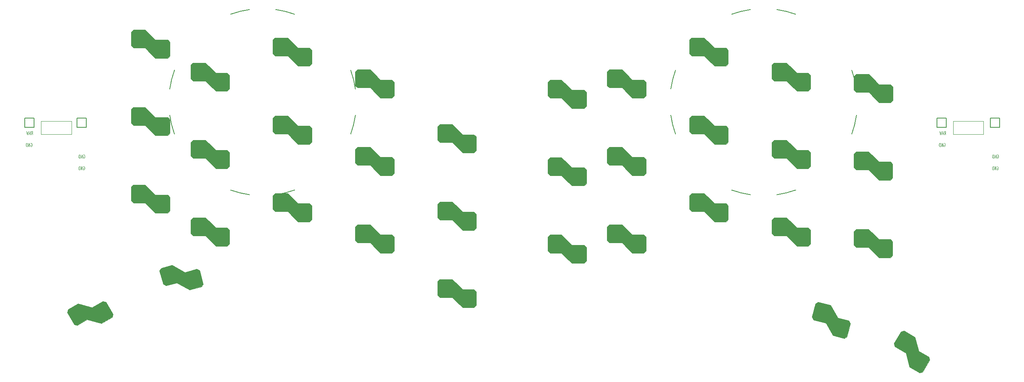
<source format=gbr>
%TF.GenerationSoftware,KiCad,Pcbnew,(6.0.7-1)-1*%
%TF.CreationDate,2022-10-20T13:43:27+02:00*%
%TF.ProjectId,sweepbling-lp__pcb,73776565-7062-46c6-996e-672d6c705f5f,rev?*%
%TF.SameCoordinates,Original*%
%TF.FileFunction,Legend,Bot*%
%TF.FilePolarity,Positive*%
%FSLAX46Y46*%
G04 Gerber Fmt 4.6, Leading zero omitted, Abs format (unit mm)*
G04 Created by KiCad (PCBNEW (6.0.7-1)-1) date 2022-10-20 13:43:27*
%MOMM*%
%LPD*%
G01*
G04 APERTURE LIST*
%ADD10C,0.120000*%
%ADD11C,0.125000*%
%ADD12C,0.150000*%
%ADD13C,0.200000*%
G04 APERTURE END LIST*
D10*
X27178000Y-50419000D02*
X33909000Y-50419000D01*
X33909000Y-50419000D02*
X33909000Y-53340000D01*
X33909000Y-53340000D02*
X27178000Y-53340000D01*
X27178000Y-53340000D02*
X27178000Y-50419000D01*
X226822000Y-50419000D02*
X233426000Y-50419000D01*
X233426000Y-50419000D02*
X233426000Y-53340000D01*
X233426000Y-53340000D02*
X226822000Y-53340000D01*
X226822000Y-53340000D02*
X226822000Y-50419000D01*
D11*
%TO.C,U1*%
X224788952Y-55309000D02*
X224836571Y-55273285D01*
X224908000Y-55273285D01*
X224979428Y-55309000D01*
X225027047Y-55380428D01*
X225050857Y-55451857D01*
X225074666Y-55594714D01*
X225074666Y-55701857D01*
X225050857Y-55844714D01*
X225027047Y-55916142D01*
X224979428Y-55987571D01*
X224908000Y-56023285D01*
X224860380Y-56023285D01*
X224788952Y-55987571D01*
X224765142Y-55951857D01*
X224765142Y-55701857D01*
X224860380Y-55701857D01*
X224550857Y-56023285D02*
X224550857Y-55273285D01*
X224265142Y-56023285D01*
X224265142Y-55273285D01*
X224027047Y-56023285D02*
X224027047Y-55273285D01*
X223908000Y-55273285D01*
X223836571Y-55309000D01*
X223788952Y-55380428D01*
X223765142Y-55451857D01*
X223741333Y-55594714D01*
X223741333Y-55701857D01*
X223765142Y-55844714D01*
X223788952Y-55916142D01*
X223836571Y-55987571D01*
X223908000Y-56023285D01*
X224027047Y-56023285D01*
X236418952Y-60419000D02*
X236466571Y-60383285D01*
X236538000Y-60383285D01*
X236609428Y-60419000D01*
X236657047Y-60490428D01*
X236680857Y-60561857D01*
X236704666Y-60704714D01*
X236704666Y-60811857D01*
X236680857Y-60954714D01*
X236657047Y-61026142D01*
X236609428Y-61097571D01*
X236538000Y-61133285D01*
X236490380Y-61133285D01*
X236418952Y-61097571D01*
X236395142Y-61061857D01*
X236395142Y-60811857D01*
X236490380Y-60811857D01*
X236180857Y-61133285D02*
X236180857Y-60383285D01*
X235895142Y-61133285D01*
X235895142Y-60383285D01*
X235657047Y-61133285D02*
X235657047Y-60383285D01*
X235538000Y-60383285D01*
X235466571Y-60419000D01*
X235418952Y-60490428D01*
X235395142Y-60561857D01*
X235371333Y-60704714D01*
X235371333Y-60811857D01*
X235395142Y-60954714D01*
X235418952Y-61026142D01*
X235466571Y-61097571D01*
X235538000Y-61133285D01*
X235657047Y-61133285D01*
D12*
D11*
X224883238Y-53383285D02*
X225049904Y-53026142D01*
X225168952Y-53383285D02*
X225168952Y-52633285D01*
X224978476Y-52633285D01*
X224930857Y-52669000D01*
X224907047Y-52704714D01*
X224883238Y-52776142D01*
X224883238Y-52883285D01*
X224907047Y-52954714D01*
X224930857Y-52990428D01*
X224978476Y-53026142D01*
X225168952Y-53026142D01*
X224692761Y-53169000D02*
X224454666Y-53169000D01*
X224740380Y-53383285D02*
X224573714Y-52633285D01*
X224407047Y-53383285D01*
X224288000Y-52633285D02*
X224168952Y-53383285D01*
X224073714Y-52847571D01*
X223978476Y-53383285D01*
X223859428Y-52633285D01*
X236438952Y-57839000D02*
X236486571Y-57803285D01*
X236558000Y-57803285D01*
X236629428Y-57839000D01*
X236677047Y-57910428D01*
X236700857Y-57981857D01*
X236724666Y-58124714D01*
X236724666Y-58231857D01*
X236700857Y-58374714D01*
X236677047Y-58446142D01*
X236629428Y-58517571D01*
X236558000Y-58553285D01*
X236510380Y-58553285D01*
X236438952Y-58517571D01*
X236415142Y-58481857D01*
X236415142Y-58231857D01*
X236510380Y-58231857D01*
X236200857Y-58553285D02*
X236200857Y-57803285D01*
X235915142Y-58553285D01*
X235915142Y-57803285D01*
X235677047Y-58553285D02*
X235677047Y-57803285D01*
X235558000Y-57803285D01*
X235486571Y-57839000D01*
X235438952Y-57910428D01*
X235415142Y-57981857D01*
X235391333Y-58124714D01*
X235391333Y-58231857D01*
X235415142Y-58374714D01*
X235438952Y-58446142D01*
X235486571Y-58517571D01*
X235558000Y-58553285D01*
X235677047Y-58553285D01*
%TO.C,U2*%
X36468952Y-57839000D02*
X36516571Y-57803285D01*
X36588000Y-57803285D01*
X36659428Y-57839000D01*
X36707047Y-57910428D01*
X36730857Y-57981857D01*
X36754666Y-58124714D01*
X36754666Y-58231857D01*
X36730857Y-58374714D01*
X36707047Y-58446142D01*
X36659428Y-58517571D01*
X36588000Y-58553285D01*
X36540380Y-58553285D01*
X36468952Y-58517571D01*
X36445142Y-58481857D01*
X36445142Y-58231857D01*
X36540380Y-58231857D01*
X36230857Y-58553285D02*
X36230857Y-57803285D01*
X35945142Y-58553285D01*
X35945142Y-57803285D01*
X35707047Y-58553285D02*
X35707047Y-57803285D01*
X35588000Y-57803285D01*
X35516571Y-57839000D01*
X35468952Y-57910428D01*
X35445142Y-57981857D01*
X35421333Y-58124714D01*
X35421333Y-58231857D01*
X35445142Y-58374714D01*
X35468952Y-58446142D01*
X35516571Y-58517571D01*
X35588000Y-58553285D01*
X35707047Y-58553285D01*
X36448952Y-60419000D02*
X36496571Y-60383285D01*
X36568000Y-60383285D01*
X36639428Y-60419000D01*
X36687047Y-60490428D01*
X36710857Y-60561857D01*
X36734666Y-60704714D01*
X36734666Y-60811857D01*
X36710857Y-60954714D01*
X36687047Y-61026142D01*
X36639428Y-61097571D01*
X36568000Y-61133285D01*
X36520380Y-61133285D01*
X36448952Y-61097571D01*
X36425142Y-61061857D01*
X36425142Y-60811857D01*
X36520380Y-60811857D01*
X36210857Y-61133285D02*
X36210857Y-60383285D01*
X35925142Y-61133285D01*
X35925142Y-60383285D01*
X35687047Y-61133285D02*
X35687047Y-60383285D01*
X35568000Y-60383285D01*
X35496571Y-60419000D01*
X35448952Y-60490428D01*
X35425142Y-60561857D01*
X35401333Y-60704714D01*
X35401333Y-60811857D01*
X35425142Y-60954714D01*
X35448952Y-61026142D01*
X35496571Y-61097571D01*
X35568000Y-61133285D01*
X35687047Y-61133285D01*
X24936952Y-55309000D02*
X24984571Y-55273285D01*
X25056000Y-55273285D01*
X25127428Y-55309000D01*
X25175047Y-55380428D01*
X25198857Y-55451857D01*
X25222666Y-55594714D01*
X25222666Y-55701857D01*
X25198857Y-55844714D01*
X25175047Y-55916142D01*
X25127428Y-55987571D01*
X25056000Y-56023285D01*
X25008380Y-56023285D01*
X24936952Y-55987571D01*
X24913142Y-55951857D01*
X24913142Y-55701857D01*
X25008380Y-55701857D01*
X24698857Y-56023285D02*
X24698857Y-55273285D01*
X24413142Y-56023285D01*
X24413142Y-55273285D01*
X24175047Y-56023285D02*
X24175047Y-55273285D01*
X24056000Y-55273285D01*
X23984571Y-55309000D01*
X23936952Y-55380428D01*
X23913142Y-55451857D01*
X23889333Y-55594714D01*
X23889333Y-55701857D01*
X23913142Y-55844714D01*
X23936952Y-55916142D01*
X23984571Y-55987571D01*
X24056000Y-56023285D01*
X24175047Y-56023285D01*
X25031238Y-53383285D02*
X25197904Y-53026142D01*
X25316952Y-53383285D02*
X25316952Y-52633285D01*
X25126476Y-52633285D01*
X25078857Y-52669000D01*
X25055047Y-52704714D01*
X25031238Y-52776142D01*
X25031238Y-52883285D01*
X25055047Y-52954714D01*
X25078857Y-52990428D01*
X25126476Y-53026142D01*
X25316952Y-53026142D01*
X24840761Y-53169000D02*
X24602666Y-53169000D01*
X24888380Y-53383285D02*
X24721714Y-52633285D01*
X24555047Y-53383285D01*
X24436000Y-52633285D02*
X24316952Y-53383285D01*
X24221714Y-52847571D01*
X24126476Y-53383285D01*
X24007428Y-52633285D01*
D12*
%TO.C,SW13*%
G36*
X174606000Y-68516000D02*
G01*
X177106000Y-68516000D01*
X177606000Y-69016000D01*
X177606000Y-72016000D01*
X177106000Y-72516000D01*
X174606000Y-72516000D01*
X172356000Y-70266000D01*
X169606000Y-70266000D01*
X169106000Y-69766000D01*
X169106000Y-66766000D01*
X169606000Y-66266000D01*
X172356000Y-66266000D01*
X174606000Y-68516000D01*
G37*
D10*
X174606000Y-68516000D02*
X177106000Y-68516000D01*
X177606000Y-69016000D01*
X177606000Y-72016000D01*
X177106000Y-72516000D01*
X174606000Y-72516000D01*
X172356000Y-70266000D01*
X169606000Y-70266000D01*
X169106000Y-69766000D01*
X169106000Y-66766000D01*
X169606000Y-66266000D01*
X172356000Y-66266000D01*
X174606000Y-68516000D01*
%TO.C,SW17*%
G36*
X218479911Y-97847544D02*
G01*
X219303468Y-100921102D01*
X221468532Y-102171102D01*
X221651544Y-102854114D01*
X220151544Y-105452191D01*
X219468532Y-105635203D01*
X217303468Y-104385203D01*
X216479911Y-101311646D01*
X214098341Y-99936646D01*
X213915329Y-99253633D01*
X215415329Y-96655557D01*
X216098341Y-96472544D01*
X218479911Y-97847544D01*
G37*
X218479911Y-97847544D02*
X219303468Y-100921102D01*
X221468532Y-102171102D01*
X221651544Y-102854114D01*
X220151544Y-105452191D01*
X219468532Y-105635203D01*
X217303468Y-104385203D01*
X216479911Y-101311646D01*
X214098341Y-99936646D01*
X213915329Y-99253633D01*
X215415329Y-96655557D01*
X216098341Y-96472544D01*
X218479911Y-97847544D01*
%TO.C,SW12*%
G36*
X156606000Y-75374000D02*
G01*
X159106000Y-75374000D01*
X159606000Y-75874000D01*
X159606000Y-78874000D01*
X159106000Y-79374000D01*
X156606000Y-79374000D01*
X154356000Y-77124000D01*
X151606000Y-77124000D01*
X151106000Y-76624000D01*
X151106000Y-73624000D01*
X151606000Y-73124000D01*
X154356000Y-73124000D01*
X156606000Y-75374000D01*
G37*
X156606000Y-75374000D02*
X159106000Y-75374000D01*
X159606000Y-75874000D01*
X159606000Y-78874000D01*
X159106000Y-79374000D01*
X156606000Y-79374000D01*
X154356000Y-77124000D01*
X151606000Y-77124000D01*
X151106000Y-76624000D01*
X151106000Y-73624000D01*
X151606000Y-73124000D01*
X154356000Y-73124000D01*
X156606000Y-75374000D01*
%TO.C,SW16*%
G36*
X199992326Y-90866504D02*
G01*
X201583317Y-93622179D01*
X203998131Y-94269227D01*
X204351684Y-94881600D01*
X203575227Y-97779377D01*
X202962855Y-98132930D01*
X200548040Y-97485883D01*
X198957050Y-94730207D01*
X196300754Y-94018454D01*
X195947201Y-93406082D01*
X196723658Y-90508305D01*
X197336030Y-90154751D01*
X199992326Y-90866504D01*
G37*
X199992326Y-90866504D02*
X201583317Y-93622179D01*
X203998131Y-94269227D01*
X204351684Y-94881600D01*
X203575227Y-97779377D01*
X202962855Y-98132930D01*
X200548040Y-97485883D01*
X198957050Y-94730207D01*
X196300754Y-94018454D01*
X195947201Y-93406082D01*
X196723658Y-90508305D01*
X197336030Y-90154751D01*
X199992326Y-90866504D01*
%TO.C,SW14*%
G36*
X192606000Y-73850000D02*
G01*
X195106000Y-73850000D01*
X195606000Y-74350000D01*
X195606000Y-77350000D01*
X195106000Y-77850000D01*
X192606000Y-77850000D01*
X190356000Y-75600000D01*
X187606000Y-75600000D01*
X187106000Y-75100000D01*
X187106000Y-72100000D01*
X187606000Y-71600000D01*
X190356000Y-71600000D01*
X192606000Y-73850000D01*
G37*
X192606000Y-73850000D02*
X195106000Y-73850000D01*
X195606000Y-74350000D01*
X195606000Y-77350000D01*
X195106000Y-77850000D01*
X192606000Y-77850000D01*
X190356000Y-75600000D01*
X187606000Y-75600000D01*
X187106000Y-75100000D01*
X187106000Y-72100000D01*
X187606000Y-71600000D01*
X190356000Y-71600000D01*
X192606000Y-73850000D01*
%TO.C,SW15*%
G36*
X210586000Y-76390000D02*
G01*
X213086000Y-76390000D01*
X213586000Y-76890000D01*
X213586000Y-79890000D01*
X213086000Y-80390000D01*
X210586000Y-80390000D01*
X208336000Y-78140000D01*
X205586000Y-78140000D01*
X205086000Y-77640000D01*
X205086000Y-74640000D01*
X205586000Y-74140000D01*
X208336000Y-74140000D01*
X210586000Y-76390000D01*
G37*
X210586000Y-76390000D02*
X213086000Y-76390000D01*
X213586000Y-76890000D01*
X213586000Y-79890000D01*
X213086000Y-80390000D01*
X210586000Y-80390000D01*
X208336000Y-78140000D01*
X205586000Y-78140000D01*
X205086000Y-77640000D01*
X205086000Y-74640000D01*
X205586000Y-74140000D01*
X208336000Y-74140000D01*
X210586000Y-76390000D01*
%TO.C,SW3*%
G36*
X174606000Y-34382000D02*
G01*
X177106000Y-34382000D01*
X177606000Y-34882000D01*
X177606000Y-37882000D01*
X177106000Y-38382000D01*
X174606000Y-38382000D01*
X172356000Y-36132000D01*
X169606000Y-36132000D01*
X169106000Y-35632000D01*
X169106000Y-32632000D01*
X169606000Y-32132000D01*
X172356000Y-32132000D01*
X174606000Y-34382000D01*
G37*
X174606000Y-34382000D02*
X177106000Y-34382000D01*
X177606000Y-34882000D01*
X177606000Y-37882000D01*
X177106000Y-38382000D01*
X174606000Y-38382000D01*
X172356000Y-36132000D01*
X169606000Y-36132000D01*
X169106000Y-35632000D01*
X169106000Y-32632000D01*
X169606000Y-32132000D01*
X172356000Y-32132000D01*
X174606000Y-34382000D01*
%TO.C,SW2*%
G36*
X156606000Y-41382000D02*
G01*
X159106000Y-41382000D01*
X159606000Y-41882000D01*
X159606000Y-44882000D01*
X159106000Y-45382000D01*
X156606000Y-45382000D01*
X154356000Y-43132000D01*
X151606000Y-43132000D01*
X151106000Y-42632000D01*
X151106000Y-39632000D01*
X151606000Y-39132000D01*
X154356000Y-39132000D01*
X156606000Y-41382000D01*
G37*
X156606000Y-41382000D02*
X159106000Y-41382000D01*
X159606000Y-41882000D01*
X159606000Y-44882000D01*
X159106000Y-45382000D01*
X156606000Y-45382000D01*
X154356000Y-43132000D01*
X151606000Y-43132000D01*
X151106000Y-42632000D01*
X151106000Y-39632000D01*
X151606000Y-39132000D01*
X154356000Y-39132000D01*
X156606000Y-41382000D01*
%TO.C,SW7*%
G36*
X156606000Y-58356000D02*
G01*
X159106000Y-58356000D01*
X159606000Y-58856000D01*
X159606000Y-61856000D01*
X159106000Y-62356000D01*
X156606000Y-62356000D01*
X154356000Y-60106000D01*
X151606000Y-60106000D01*
X151106000Y-59606000D01*
X151106000Y-56606000D01*
X151606000Y-56106000D01*
X154356000Y-56106000D01*
X156606000Y-58356000D01*
G37*
X156606000Y-58356000D02*
X159106000Y-58356000D01*
X159606000Y-58856000D01*
X159606000Y-61856000D01*
X159106000Y-62356000D01*
X156606000Y-62356000D01*
X154356000Y-60106000D01*
X151606000Y-60106000D01*
X151106000Y-59606000D01*
X151106000Y-56606000D01*
X151606000Y-56106000D01*
X154356000Y-56106000D01*
X156606000Y-58356000D01*
%TO.C,SW11*%
G36*
X143356000Y-77632000D02*
G01*
X146106000Y-77632000D01*
X146606000Y-78132000D01*
X146606000Y-81132000D01*
X146106000Y-81632000D01*
X143356000Y-81632000D01*
X141106000Y-79382000D01*
X138606000Y-79382000D01*
X138106000Y-78882000D01*
X138106000Y-75882000D01*
X138606000Y-75382000D01*
X141106000Y-75382000D01*
X143356000Y-77632000D01*
G37*
X143356000Y-77632000D02*
X146106000Y-77632000D01*
X146606000Y-78132000D01*
X146606000Y-81132000D01*
X146106000Y-81632000D01*
X143356000Y-81632000D01*
X141106000Y-79382000D01*
X138606000Y-79382000D01*
X138106000Y-78882000D01*
X138106000Y-75882000D01*
X138606000Y-75382000D01*
X141106000Y-75382000D01*
X143356000Y-77632000D01*
%TO.C,SW10*%
G36*
X210586000Y-59372000D02*
G01*
X213086000Y-59372000D01*
X213586000Y-59872000D01*
X213586000Y-62872000D01*
X213086000Y-63372000D01*
X210586000Y-63372000D01*
X208336000Y-61122000D01*
X205586000Y-61122000D01*
X205086000Y-60622000D01*
X205086000Y-57622000D01*
X205586000Y-57122000D01*
X208336000Y-57122000D01*
X210586000Y-59372000D01*
G37*
X210586000Y-59372000D02*
X213086000Y-59372000D01*
X213586000Y-59872000D01*
X213586000Y-62872000D01*
X213086000Y-63372000D01*
X210586000Y-63372000D01*
X208336000Y-61122000D01*
X205586000Y-61122000D01*
X205086000Y-60622000D01*
X205086000Y-57622000D01*
X205586000Y-57122000D01*
X208336000Y-57122000D01*
X210586000Y-59372000D01*
%TO.C,SW9*%
G36*
X192606000Y-56832000D02*
G01*
X195106000Y-56832000D01*
X195606000Y-57332000D01*
X195606000Y-60332000D01*
X195106000Y-60832000D01*
X192606000Y-60832000D01*
X190356000Y-58582000D01*
X187606000Y-58582000D01*
X187106000Y-58082000D01*
X187106000Y-55082000D01*
X187606000Y-54582000D01*
X190356000Y-54582000D01*
X192606000Y-56832000D01*
G37*
X192606000Y-56832000D02*
X195106000Y-56832000D01*
X195606000Y-57332000D01*
X195606000Y-60332000D01*
X195106000Y-60832000D01*
X192606000Y-60832000D01*
X190356000Y-58582000D01*
X187606000Y-58582000D01*
X187106000Y-58082000D01*
X187106000Y-55082000D01*
X187606000Y-54582000D01*
X190356000Y-54582000D01*
X192606000Y-56832000D01*
%TO.C,SW6*%
G36*
X143356000Y-60632000D02*
G01*
X146106000Y-60632000D01*
X146606000Y-61132000D01*
X146606000Y-64132000D01*
X146106000Y-64632000D01*
X143356000Y-64632000D01*
X141106000Y-62382000D01*
X138606000Y-62382000D01*
X138106000Y-61882000D01*
X138106000Y-58882000D01*
X138606000Y-58382000D01*
X141106000Y-58382000D01*
X143356000Y-60632000D01*
G37*
X143356000Y-60632000D02*
X146106000Y-60632000D01*
X146606000Y-61132000D01*
X146606000Y-64132000D01*
X146106000Y-64632000D01*
X143356000Y-64632000D01*
X141106000Y-62382000D01*
X138606000Y-62382000D01*
X138106000Y-61882000D01*
X138106000Y-58882000D01*
X138606000Y-58382000D01*
X141106000Y-58382000D01*
X143356000Y-60632000D01*
%TO.C,SW5*%
G36*
X210606000Y-42382000D02*
G01*
X213106000Y-42382000D01*
X213606000Y-42882000D01*
X213606000Y-45882000D01*
X213106000Y-46382000D01*
X210606000Y-46382000D01*
X208356000Y-44132000D01*
X205606000Y-44132000D01*
X205106000Y-43632000D01*
X205106000Y-40632000D01*
X205606000Y-40132000D01*
X208356000Y-40132000D01*
X210606000Y-42382000D01*
G37*
X210606000Y-42382000D02*
X213106000Y-42382000D01*
X213606000Y-42882000D01*
X213606000Y-45882000D01*
X213106000Y-46382000D01*
X210606000Y-46382000D01*
X208356000Y-44132000D01*
X205606000Y-44132000D01*
X205106000Y-43632000D01*
X205106000Y-40632000D01*
X205606000Y-40132000D01*
X208356000Y-40132000D01*
X210606000Y-42382000D01*
%TO.C,SW4*%
G36*
X192606000Y-39882000D02*
G01*
X195106000Y-39882000D01*
X195606000Y-40382000D01*
X195606000Y-43382000D01*
X195106000Y-43882000D01*
X192606000Y-43882000D01*
X190356000Y-41632000D01*
X187606000Y-41632000D01*
X187106000Y-41132000D01*
X187106000Y-38132000D01*
X187606000Y-37632000D01*
X190356000Y-37632000D01*
X192606000Y-39882000D01*
G37*
X192606000Y-39882000D02*
X195106000Y-39882000D01*
X195606000Y-40382000D01*
X195606000Y-43382000D01*
X195106000Y-43882000D01*
X192606000Y-43882000D01*
X190356000Y-41632000D01*
X187606000Y-41632000D01*
X187106000Y-41132000D01*
X187106000Y-38132000D01*
X187606000Y-37632000D01*
X190356000Y-37632000D01*
X192606000Y-39882000D01*
%TO.C,SW1*%
G36*
X143356000Y-43632000D02*
G01*
X146106000Y-43632000D01*
X146606000Y-44132000D01*
X146606000Y-47132000D01*
X146106000Y-47632000D01*
X143356000Y-47632000D01*
X141106000Y-45382000D01*
X138606000Y-45382000D01*
X138106000Y-44882000D01*
X138106000Y-41882000D01*
X138606000Y-41382000D01*
X141106000Y-41382000D01*
X143356000Y-43632000D01*
G37*
X143356000Y-43632000D02*
X146106000Y-43632000D01*
X146606000Y-44132000D01*
X146606000Y-47132000D01*
X146106000Y-47632000D01*
X143356000Y-47632000D01*
X141106000Y-45382000D01*
X138606000Y-45382000D01*
X138106000Y-44882000D01*
X138106000Y-41882000D01*
X138606000Y-41382000D01*
X141106000Y-41382000D01*
X143356000Y-43632000D01*
%TO.C,SW8*%
G36*
X174606000Y-51498000D02*
G01*
X177106000Y-51498000D01*
X177606000Y-51998000D01*
X177606000Y-54998000D01*
X177106000Y-55498000D01*
X174606000Y-55498000D01*
X172356000Y-53248000D01*
X169606000Y-53248000D01*
X169106000Y-52748000D01*
X169106000Y-49748000D01*
X169606000Y-49248000D01*
X172356000Y-49248000D01*
X174606000Y-51498000D01*
G37*
X174606000Y-51498000D02*
X177106000Y-51498000D01*
X177606000Y-51998000D01*
X177606000Y-54998000D01*
X177106000Y-55498000D01*
X174606000Y-55498000D01*
X172356000Y-53248000D01*
X169606000Y-53248000D01*
X169106000Y-52748000D01*
X169106000Y-49748000D01*
X169606000Y-49248000D01*
X172356000Y-49248000D01*
X174606000Y-51498000D01*
D13*
%TO.C,e*%
X182498500Y-25961999D02*
G75*
G03*
X178347954Y-26995865I2857500J-20320001D01*
G01*
X205676000Y-43424500D02*
G75*
G03*
X204642134Y-39273952I-20320000J-2857500D01*
G01*
X192364049Y-26995867D02*
G75*
G03*
X188213500Y-25962000I-7008049J-19286133D01*
G01*
X204642134Y-53290048D02*
G75*
G03*
X205676000Y-49139500I-19286134J7008048D01*
G01*
X188213500Y-66602000D02*
G75*
G03*
X192364045Y-65568135I-2857506J20320019D01*
G01*
X178347955Y-65568135D02*
G75*
G03*
X182498500Y-66602000I7008045J19286135D01*
G01*
X165035999Y-49139500D02*
G75*
G03*
X166069865Y-53290046I20320001J2857500D01*
G01*
X166069865Y-39273956D02*
G75*
G03*
X165036000Y-43424500I19286255J-7008074D01*
G01*
D12*
%TO.C,Bat+1*%
X234966000Y-49800000D02*
X236966000Y-49800000D01*
X236966000Y-51800000D02*
X234966000Y-51800000D01*
X234966000Y-51800000D02*
X234966000Y-49800000D01*
X236966000Y-49800000D02*
X236966000Y-51800000D01*
%TO.C,BatGND1*%
X223282000Y-51800000D02*
X223282000Y-49800000D01*
X223282000Y-49800000D02*
X225282000Y-49800000D01*
X225282000Y-51800000D02*
X223282000Y-51800000D01*
X225282000Y-49800000D02*
X225282000Y-51800000D01*
%TO.C,SW15_r1*%
G36*
X52186000Y-66640000D02*
G01*
X54936000Y-66640000D01*
X55436000Y-67140000D01*
X55436000Y-70140000D01*
X54936000Y-70640000D01*
X52186000Y-70640000D01*
X49936000Y-68390000D01*
X47436000Y-68390000D01*
X46936000Y-67890000D01*
X46936000Y-64890000D01*
X47436000Y-64390000D01*
X49936000Y-64390000D01*
X52186000Y-66640000D01*
G37*
D10*
X52186000Y-66640000D02*
X54936000Y-66640000D01*
X55436000Y-67140000D01*
X55436000Y-70140000D01*
X54936000Y-70640000D01*
X52186000Y-70640000D01*
X49936000Y-68390000D01*
X47436000Y-68390000D01*
X46936000Y-67890000D01*
X46936000Y-64890000D01*
X47436000Y-64390000D01*
X49936000Y-64390000D01*
X52186000Y-66640000D01*
%TO.C,SW9_r1*%
G36*
X65450000Y-56832000D02*
G01*
X67950000Y-56832000D01*
X68450000Y-57332000D01*
X68450000Y-60332000D01*
X67950000Y-60832000D01*
X65450000Y-60832000D01*
X63200000Y-58582000D01*
X60450000Y-58582000D01*
X59950000Y-58082000D01*
X59950000Y-55082000D01*
X60450000Y-54582000D01*
X63200000Y-54582000D01*
X65450000Y-56832000D01*
G37*
X65450000Y-56832000D02*
X67950000Y-56832000D01*
X68450000Y-57332000D01*
X68450000Y-60332000D01*
X67950000Y-60832000D01*
X65450000Y-60832000D01*
X63200000Y-58582000D01*
X60450000Y-58582000D01*
X59950000Y-58082000D01*
X59950000Y-55082000D01*
X60450000Y-54582000D01*
X63200000Y-54582000D01*
X65450000Y-56832000D01*
%TO.C,SW13_r1*%
G36*
X83438000Y-68516000D02*
G01*
X85938000Y-68516000D01*
X86438000Y-69016000D01*
X86438000Y-72016000D01*
X85938000Y-72516000D01*
X83438000Y-72516000D01*
X81188000Y-70266000D01*
X78438000Y-70266000D01*
X77938000Y-69766000D01*
X77938000Y-66766000D01*
X78438000Y-66266000D01*
X81188000Y-66266000D01*
X83438000Y-68516000D01*
G37*
X83438000Y-68516000D02*
X85938000Y-68516000D01*
X86438000Y-69016000D01*
X86438000Y-72016000D01*
X85938000Y-72516000D01*
X83438000Y-72516000D01*
X81188000Y-70266000D01*
X78438000Y-70266000D01*
X77938000Y-69766000D01*
X77938000Y-66766000D01*
X78438000Y-66266000D01*
X81188000Y-66266000D01*
X83438000Y-68516000D01*
%TO.C,SW12_r1*%
G36*
X101464000Y-75374000D02*
G01*
X103964000Y-75374000D01*
X104464000Y-75874000D01*
X104464000Y-78874000D01*
X103964000Y-79374000D01*
X101464000Y-79374000D01*
X99214000Y-77124000D01*
X96464000Y-77124000D01*
X95964000Y-76624000D01*
X95964000Y-73624000D01*
X96464000Y-73124000D01*
X99214000Y-73124000D01*
X101464000Y-75374000D01*
G37*
X101464000Y-75374000D02*
X103964000Y-75374000D01*
X104464000Y-75874000D01*
X104464000Y-78874000D01*
X103964000Y-79374000D01*
X101464000Y-79374000D01*
X99214000Y-77124000D01*
X96464000Y-77124000D01*
X95964000Y-76624000D01*
X95964000Y-73624000D01*
X96464000Y-73124000D01*
X99214000Y-73124000D01*
X101464000Y-75374000D01*
%TO.C,SW5_r1*%
G36*
X52186000Y-32632000D02*
G01*
X54936000Y-32632000D01*
X55436000Y-33132000D01*
X55436000Y-36132000D01*
X54936000Y-36632000D01*
X52186000Y-36632000D01*
X49936000Y-34382000D01*
X47436000Y-34382000D01*
X46936000Y-33882000D01*
X46936000Y-30882000D01*
X47436000Y-30382000D01*
X49936000Y-30382000D01*
X52186000Y-32632000D01*
G37*
X52186000Y-32632000D02*
X54936000Y-32632000D01*
X55436000Y-33132000D01*
X55436000Y-36132000D01*
X54936000Y-36632000D01*
X52186000Y-36632000D01*
X49936000Y-34382000D01*
X47436000Y-34382000D01*
X46936000Y-33882000D01*
X46936000Y-30882000D01*
X47436000Y-30382000D01*
X49936000Y-30382000D01*
X52186000Y-32632000D01*
%TO.C,SW4_r1*%
G36*
X65450000Y-39882000D02*
G01*
X67950000Y-39882000D01*
X68450000Y-40382000D01*
X68450000Y-43382000D01*
X67950000Y-43882000D01*
X65450000Y-43882000D01*
X63200000Y-41632000D01*
X60450000Y-41632000D01*
X59950000Y-41132000D01*
X59950000Y-38132000D01*
X60450000Y-37632000D01*
X63200000Y-37632000D01*
X65450000Y-39882000D01*
G37*
X65450000Y-39882000D02*
X67950000Y-39882000D01*
X68450000Y-40382000D01*
X68450000Y-43382000D01*
X67950000Y-43882000D01*
X65450000Y-43882000D01*
X63200000Y-41632000D01*
X60450000Y-41632000D01*
X59950000Y-41132000D01*
X59950000Y-38132000D01*
X60450000Y-37632000D01*
X63200000Y-37632000D01*
X65450000Y-39882000D01*
%TO.C,SW1_r1*%
G36*
X119482000Y-53382000D02*
G01*
X121982000Y-53382000D01*
X122482000Y-53882000D01*
X122482000Y-56882000D01*
X121982000Y-57382000D01*
X119482000Y-57382000D01*
X117232000Y-55132000D01*
X114482000Y-55132000D01*
X113982000Y-54632000D01*
X113982000Y-51632000D01*
X114482000Y-51132000D01*
X117232000Y-51132000D01*
X119482000Y-53382000D01*
G37*
X119482000Y-53382000D02*
X121982000Y-53382000D01*
X122482000Y-53882000D01*
X122482000Y-56882000D01*
X121982000Y-57382000D01*
X119482000Y-57382000D01*
X117232000Y-55132000D01*
X114482000Y-55132000D01*
X113982000Y-54632000D01*
X113982000Y-51632000D01*
X114482000Y-51132000D01*
X117232000Y-51132000D01*
X119482000Y-53382000D01*
%TO.C,SW14_r1*%
G36*
X65450000Y-73850000D02*
G01*
X67950000Y-73850000D01*
X68450000Y-74350000D01*
X68450000Y-77350000D01*
X67950000Y-77850000D01*
X65450000Y-77850000D01*
X63200000Y-75600000D01*
X60450000Y-75600000D01*
X59950000Y-75100000D01*
X59950000Y-72100000D01*
X60450000Y-71600000D01*
X63200000Y-71600000D01*
X65450000Y-73850000D01*
G37*
X65450000Y-73850000D02*
X67950000Y-73850000D01*
X68450000Y-74350000D01*
X68450000Y-77350000D01*
X67950000Y-77850000D01*
X65450000Y-77850000D01*
X63200000Y-75600000D01*
X60450000Y-75600000D01*
X59950000Y-75100000D01*
X59950000Y-72100000D01*
X60450000Y-71600000D01*
X63200000Y-71600000D01*
X65450000Y-73850000D01*
%TO.C,SW3_r1*%
G36*
X83438000Y-34382000D02*
G01*
X85938000Y-34382000D01*
X86438000Y-34882000D01*
X86438000Y-37882000D01*
X85938000Y-38382000D01*
X83438000Y-38382000D01*
X81188000Y-36132000D01*
X78438000Y-36132000D01*
X77938000Y-35632000D01*
X77938000Y-32632000D01*
X78438000Y-32132000D01*
X81188000Y-32132000D01*
X83438000Y-34382000D01*
G37*
X83438000Y-34382000D02*
X85938000Y-34382000D01*
X86438000Y-34882000D01*
X86438000Y-37882000D01*
X85938000Y-38382000D01*
X83438000Y-38382000D01*
X81188000Y-36132000D01*
X78438000Y-36132000D01*
X77938000Y-35632000D01*
X77938000Y-32632000D01*
X78438000Y-32132000D01*
X81188000Y-32132000D01*
X83438000Y-34382000D01*
%TO.C,SW11_r1*%
G36*
X119482000Y-87382000D02*
G01*
X121982000Y-87382000D01*
X122482000Y-87882000D01*
X122482000Y-90882000D01*
X121982000Y-91382000D01*
X119482000Y-91382000D01*
X117232000Y-89132000D01*
X114482000Y-89132000D01*
X113982000Y-88632000D01*
X113982000Y-85632000D01*
X114482000Y-85132000D01*
X117232000Y-85132000D01*
X119482000Y-87382000D01*
G37*
X119482000Y-87382000D02*
X121982000Y-87382000D01*
X122482000Y-87882000D01*
X122482000Y-90882000D01*
X121982000Y-91382000D01*
X119482000Y-91382000D01*
X117232000Y-89132000D01*
X114482000Y-89132000D01*
X113982000Y-88632000D01*
X113982000Y-85632000D01*
X114482000Y-85132000D01*
X117232000Y-85132000D01*
X119482000Y-87382000D01*
%TO.C,SW10_r1*%
G36*
X52186000Y-49622000D02*
G01*
X54936000Y-49622000D01*
X55436000Y-50122000D01*
X55436000Y-53122000D01*
X54936000Y-53622000D01*
X52186000Y-53622000D01*
X49936000Y-51372000D01*
X47436000Y-51372000D01*
X46936000Y-50872000D01*
X46936000Y-47872000D01*
X47436000Y-47372000D01*
X49936000Y-47372000D01*
X52186000Y-49622000D01*
G37*
X52186000Y-49622000D02*
X54936000Y-49622000D01*
X55436000Y-50122000D01*
X55436000Y-53122000D01*
X54936000Y-53622000D01*
X52186000Y-53622000D01*
X49936000Y-51372000D01*
X47436000Y-51372000D01*
X46936000Y-50872000D01*
X46936000Y-47872000D01*
X47436000Y-47372000D01*
X49936000Y-47372000D01*
X52186000Y-49622000D01*
%TO.C,SW2_r1*%
G36*
X101464000Y-41382000D02*
G01*
X103964000Y-41382000D01*
X104464000Y-41882000D01*
X104464000Y-44882000D01*
X103964000Y-45382000D01*
X101464000Y-45382000D01*
X99214000Y-43132000D01*
X96464000Y-43132000D01*
X95964000Y-42632000D01*
X95964000Y-39632000D01*
X96464000Y-39132000D01*
X99214000Y-39132000D01*
X101464000Y-41382000D01*
G37*
X101464000Y-41382000D02*
X103964000Y-41382000D01*
X104464000Y-41882000D01*
X104464000Y-44882000D01*
X103964000Y-45382000D01*
X101464000Y-45382000D01*
X99214000Y-43132000D01*
X96464000Y-43132000D01*
X95964000Y-42632000D01*
X95964000Y-39632000D01*
X96464000Y-39132000D01*
X99214000Y-39132000D01*
X101464000Y-41382000D01*
%TO.C,SW7_r1*%
G36*
X101464000Y-58356000D02*
G01*
X103964000Y-58356000D01*
X104464000Y-58856000D01*
X104464000Y-61856000D01*
X103964000Y-62356000D01*
X101464000Y-62356000D01*
X99214000Y-60106000D01*
X96464000Y-60106000D01*
X95964000Y-59606000D01*
X95964000Y-56606000D01*
X96464000Y-56106000D01*
X99214000Y-56106000D01*
X101464000Y-58356000D01*
G37*
X101464000Y-58356000D02*
X103964000Y-58356000D01*
X104464000Y-58856000D01*
X104464000Y-61856000D01*
X103964000Y-62356000D01*
X101464000Y-62356000D01*
X99214000Y-60106000D01*
X96464000Y-60106000D01*
X95964000Y-59606000D01*
X95964000Y-56606000D01*
X96464000Y-56106000D01*
X99214000Y-56106000D01*
X101464000Y-58356000D01*
%TO.C,SW16_r1*%
G36*
X58670531Y-83622060D02*
G01*
X61326827Y-82910307D01*
X61939199Y-83263861D01*
X62715656Y-86161638D01*
X62362103Y-86774011D01*
X59705807Y-87485763D01*
X56950131Y-85894773D01*
X54535317Y-86541821D01*
X53922944Y-86188267D01*
X53146487Y-83290490D01*
X53500040Y-82678117D01*
X55914855Y-82031070D01*
X58670531Y-83622060D01*
G37*
X58670531Y-83622060D02*
X61326827Y-82910307D01*
X61939199Y-83263861D01*
X62715656Y-86161638D01*
X62362103Y-86774011D01*
X59705807Y-87485763D01*
X56950131Y-85894773D01*
X54535317Y-86541821D01*
X53922944Y-86188267D01*
X53146487Y-83290490D01*
X53500040Y-82678117D01*
X55914855Y-82031070D01*
X58670531Y-83622060D01*
%TO.C,SW8_r1*%
G36*
X83438000Y-51498000D02*
G01*
X85938000Y-51498000D01*
X86438000Y-51998000D01*
X86438000Y-54998000D01*
X85938000Y-55498000D01*
X83438000Y-55498000D01*
X81188000Y-53248000D01*
X78438000Y-53248000D01*
X77938000Y-52748000D01*
X77938000Y-49748000D01*
X78438000Y-49248000D01*
X81188000Y-49248000D01*
X83438000Y-51498000D01*
G37*
X83438000Y-51498000D02*
X85938000Y-51498000D01*
X86438000Y-51998000D01*
X86438000Y-54998000D01*
X85938000Y-55498000D01*
X83438000Y-55498000D01*
X81188000Y-53248000D01*
X78438000Y-53248000D01*
X77938000Y-52748000D01*
X77938000Y-49748000D01*
X78438000Y-49248000D01*
X81188000Y-49248000D01*
X83438000Y-51498000D01*
%TO.C,SW17_r1*%
G36*
X41438671Y-90160367D02*
G01*
X42938671Y-92758443D01*
X42755659Y-93441456D01*
X40374089Y-94816456D01*
X37300532Y-93992898D01*
X35135468Y-95242898D01*
X34452456Y-95059886D01*
X32952456Y-92461809D01*
X33135468Y-91778797D01*
X35300532Y-90528797D01*
X38374089Y-91352354D01*
X40755659Y-89977354D01*
X41438671Y-90160367D01*
G37*
X41438671Y-90160367D02*
X42938671Y-92758443D01*
X42755659Y-93441456D01*
X40374089Y-94816456D01*
X37300532Y-93992898D01*
X35135468Y-95242898D01*
X34452456Y-95059886D01*
X32952456Y-92461809D01*
X33135468Y-91778797D01*
X35300532Y-90528797D01*
X38374089Y-91352354D01*
X40755659Y-89977354D01*
X41438671Y-90160367D01*
%TO.C,SW6_r1*%
G36*
X119482000Y-70382000D02*
G01*
X121982000Y-70382000D01*
X122482000Y-70882000D01*
X122482000Y-73882000D01*
X121982000Y-74382000D01*
X119482000Y-74382000D01*
X117232000Y-72132000D01*
X114482000Y-72132000D01*
X113982000Y-71632000D01*
X113982000Y-68632000D01*
X114482000Y-68132000D01*
X117232000Y-68132000D01*
X119482000Y-70382000D01*
G37*
X119482000Y-70382000D02*
X121982000Y-70382000D01*
X122482000Y-70882000D01*
X122482000Y-73882000D01*
X121982000Y-74382000D01*
X119482000Y-74382000D01*
X117232000Y-72132000D01*
X114482000Y-72132000D01*
X113982000Y-71632000D01*
X113982000Y-68632000D01*
X114482000Y-68132000D01*
X117232000Y-68132000D01*
X119482000Y-70382000D01*
D13*
%TO.C,REF_PUCK_R*%
X56405865Y-39273956D02*
G75*
G03*
X55372000Y-43424500I19286255J-7008074D01*
G01*
X94978134Y-53290048D02*
G75*
G03*
X96012000Y-49139500I-19286134J7008048D01*
G01*
X68683955Y-65568135D02*
G75*
G03*
X72834500Y-66602000I7008045J19286135D01*
G01*
X72834500Y-25961999D02*
G75*
G03*
X68683954Y-26995865I2857500J-20320001D01*
G01*
X78549500Y-66602000D02*
G75*
G03*
X82700045Y-65568135I-2857506J20320019D01*
G01*
X96012000Y-43424500D02*
G75*
G03*
X94978134Y-39273952I-20320000J-2857500D01*
G01*
X55371999Y-49139500D02*
G75*
G03*
X56405865Y-53290046I20320001J2857500D01*
G01*
X82700049Y-26995867D02*
G75*
G03*
X78549500Y-25962000I-7008049J-19286133D01*
G01*
D12*
%TO.C,BatGNDr1*%
X35068000Y-51800000D02*
X35068000Y-49800000D01*
X37068000Y-49800000D02*
X37068000Y-51800000D01*
X35068000Y-49800000D02*
X37068000Y-49800000D01*
X37068000Y-51800000D02*
X35068000Y-51800000D01*
%TO.C,Bat+r1*%
X25638000Y-51800000D02*
X23638000Y-51800000D01*
X23638000Y-51800000D02*
X23638000Y-49800000D01*
X23638000Y-49800000D02*
X25638000Y-49800000D01*
X25638000Y-49800000D02*
X25638000Y-51800000D01*
%TD*%
M02*

</source>
